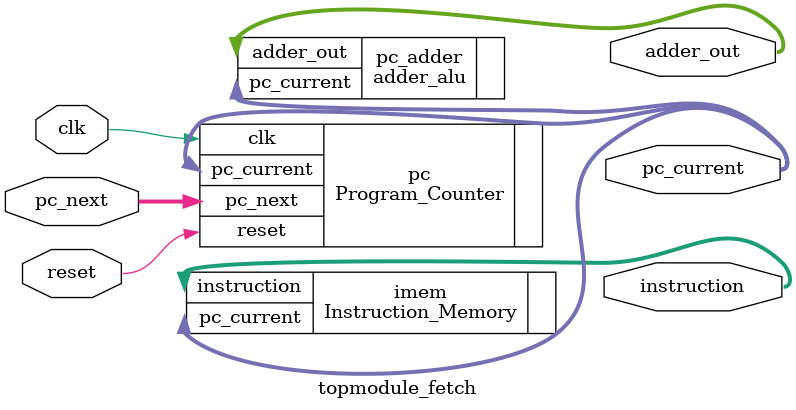
<source format=sv>
module topmodule_fetch (
    input  logic        clk,
    input  logic        reset,
    input  logic [31:0] pc_next,
    output logic [31:0] pc_current,
    output logic [31:0] instruction,
    output logic [31:0] adder_out
);

    
    Program_Counter pc (
        .clk(clk),
        .reset(reset),
        .pc_next(pc_next),
        .pc_current(pc_current)
    );

    adder_alu pc_adder (
        .pc_current(pc_current),
        .adder_out(adder_out)
    );


    Instruction_Memory imem (
        .pc_current(pc_current),
        .instruction(instruction)
    );
endmodule
</source>
